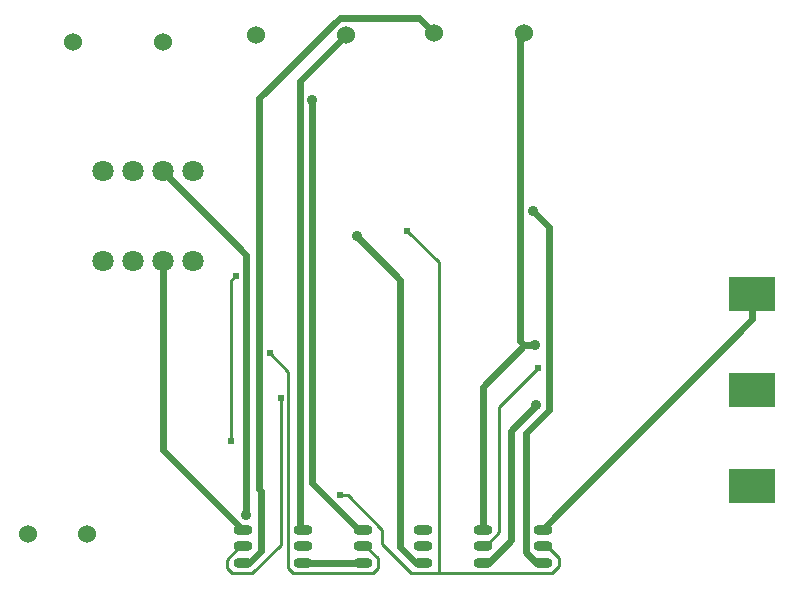
<source format=gbl>
G04 Layer: BottomLayer*
G04 EasyEDA v6.5.48, 2025-01-21 17:41:51*
G04 c25b6b3bb0ea45fba8c4304eea8249b9,6739810af5ca4796b4382bb4120ee57b,10*
G04 Gerber Generator version 0.2*
G04 Scale: 100 percent, Rotated: No, Reflected: No *
G04 Dimensions in millimeters *
G04 leading zeros omitted , absolute positions ,4 integer and 5 decimal *
%FSLAX45Y45*%
%MOMM*%

%ADD10C,0.5800*%
%ADD11C,0.2540*%
%ADD12C,1.5240*%
%ADD13O,1.5999968X0.8999982*%
%ADD14R,4.0000X3.0000*%
%ADD15C,1.8000*%
%ADD16C,0.9000*%
%ADD17C,0.6100*%

%LPD*%
D10*
X5207002Y2705100D02*
G01*
X5299687Y2705100D01*
X5207002Y5346700D02*
G01*
X5173322Y5313019D01*
X5173322Y2738780D01*
X5207002Y2705100D01*
X4855390Y1145286D02*
G01*
X4855390Y2353487D01*
X5207002Y2705100D01*
X5363390Y865886D02*
G01*
X5306849Y865886D01*
X5218686Y954049D01*
X5218686Y1960016D01*
X5412818Y2154148D01*
X5412818Y3706698D01*
X5277792Y3841724D01*
X4347390Y865886D02*
G01*
X4288767Y865886D01*
X4155950Y998702D01*
X4155950Y3257473D01*
X3785110Y3628313D01*
D11*
X2823390Y1005586D02*
G01*
X2801724Y1005586D01*
X2685366Y889228D01*
X2685366Y821181D01*
X2733296Y773252D01*
X2901419Y773252D01*
X3145868Y1017701D01*
X3145868Y2257044D01*
X4855390Y1005586D02*
G01*
X4877539Y1005586D01*
X4995369Y1123416D01*
X4995369Y2186152D01*
X5322801Y2513584D01*
X4479546Y777722D02*
G01*
X4248660Y777722D01*
X4003931Y1022451D01*
X4003931Y1143482D01*
X3712720Y1434693D01*
X3643657Y1434693D01*
X4479546Y777722D02*
G01*
X5439691Y777722D01*
X5498569Y836599D01*
X5498569Y903833D01*
X5396816Y1005586D01*
X5363390Y1005586D01*
X4479546Y777722D02*
G01*
X4479546Y3407384D01*
X4211525Y3675405D01*
D10*
X3695702Y5334000D02*
G01*
X3306015Y4944313D01*
X3306015Y1170660D01*
X3331390Y1145286D01*
X3410485Y4782515D02*
G01*
X3410485Y1540560D01*
X3805760Y1145286D01*
X3839390Y1145286D01*
D11*
X3052066Y2635961D02*
G01*
X3206650Y2481376D01*
X3206650Y821817D01*
X3250745Y777722D01*
X3921737Y777722D01*
X3963139Y819124D01*
X3963139Y901877D01*
X3859430Y1005586D01*
X3839390Y1005586D01*
X2725981Y1891004D02*
G01*
X2725981Y3254933D01*
X2763090Y3292043D01*
D10*
X2146302Y4178300D02*
G01*
X2853108Y3471494D01*
X2853108Y1267663D01*
X5308348Y2197430D02*
G01*
X5093845Y1982927D01*
X5093845Y1053490D01*
X4906241Y865886D01*
X4855390Y865886D01*
X3331390Y865886D02*
G01*
X3839390Y865886D01*
X4445002Y5346700D02*
G01*
X4311601Y5480100D01*
X3645664Y5480100D01*
X2962099Y4796536D01*
X2962099Y1485442D01*
X2974698Y1472844D01*
X2974698Y963117D01*
X2877466Y865886D01*
X2823390Y865886D01*
X2823390Y1145286D02*
G01*
X2146302Y1822373D01*
X2146302Y3416300D01*
X7137402Y3136900D02*
G01*
X7137402Y2927451D01*
X7137402Y2927451D02*
G01*
X5363390Y1153439D01*
X5363390Y1145286D01*
D12*
G01*
X1002995Y1107186D03*
G01*
X1502994Y1107186D03*
G01*
X4445000Y5346700D03*
G01*
X5207000Y5346700D03*
G01*
X2933700Y5334000D03*
G01*
X3695700Y5334000D03*
G01*
X1384300Y5270500D03*
G01*
X2146300Y5270500D03*
D13*
G01*
X2823387Y865886D03*
G01*
X2823387Y1005586D03*
G01*
X2823387Y1145286D03*
G01*
X3839387Y865886D03*
G01*
X3839387Y1005586D03*
G01*
X3839387Y1145286D03*
G01*
X4347387Y865886D03*
G01*
X4347387Y1005586D03*
G01*
X4347387Y1145286D03*
G01*
X4855387Y865886D03*
G01*
X4855387Y1005586D03*
G01*
X4855387Y1145286D03*
G01*
X5363387Y865886D03*
G01*
X5363387Y1005586D03*
G01*
X5363387Y1145286D03*
G01*
X3331387Y865886D03*
G01*
X3331387Y1005586D03*
G01*
X3331387Y1145286D03*
D14*
G01*
X7137400Y1511300D03*
G01*
X7137400Y2324100D03*
G01*
X7137400Y3136900D03*
D15*
G01*
X2400300Y4178300D03*
G01*
X2146300Y4178300D03*
G01*
X2146300Y3416300D03*
G01*
X2400300Y3416300D03*
G01*
X1892300Y4178300D03*
G01*
X1638300Y4178300D03*
G01*
X1892300Y3416300D03*
G01*
X1638300Y3416300D03*
D16*
G01*
X5299684Y2705100D03*
G01*
X5277789Y3841724D03*
G01*
X3785108Y3628313D03*
D17*
G01*
X3145866Y2257044D03*
G01*
X5322798Y2513584D03*
G01*
X3643655Y1434693D03*
G01*
X4211523Y3675405D03*
D16*
G01*
X3410483Y4782515D03*
D17*
G01*
X3052063Y2635961D03*
G01*
X2763088Y3292043D03*
G01*
X2725978Y1891004D03*
D16*
G01*
X2853105Y1267663D03*
G01*
X5308345Y2197430D03*
M02*

</source>
